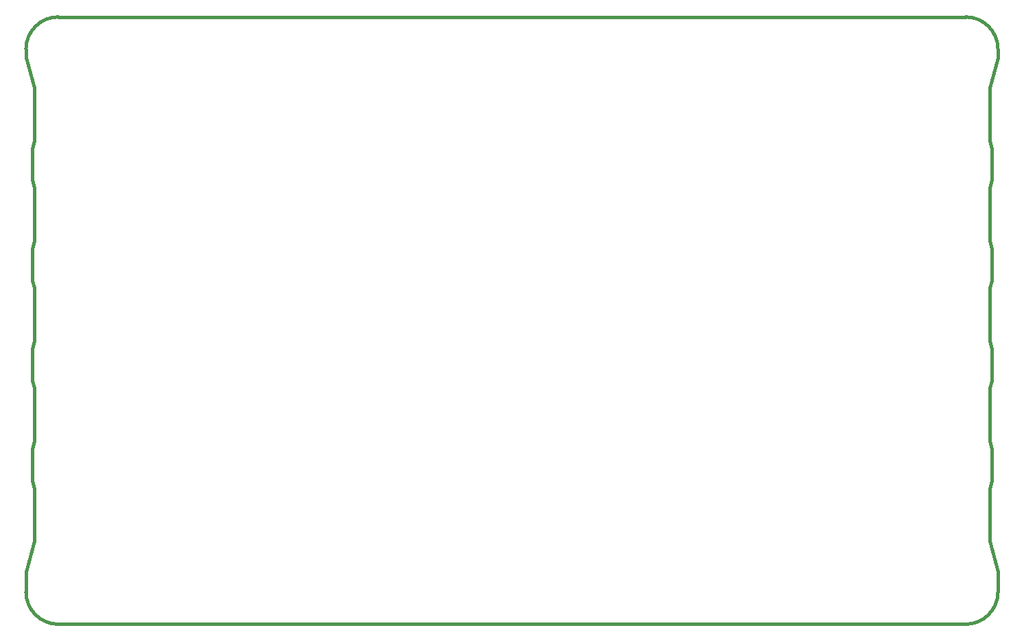
<source format=gbr>
G04 #@! TF.GenerationSoftware,KiCad,Pcbnew,6.0.10-86aedd382b~118~ubuntu22.04.1*
G04 #@! TF.CreationDate,2023-01-31T23:44:10-05:00*
G04 #@! TF.ProjectId,operacake,6f706572-6163-4616-9b65-2e6b69636164,rev?*
G04 #@! TF.SameCoordinates,Original*
G04 #@! TF.FileFunction,Profile,NP*
%FSLAX46Y46*%
G04 Gerber Fmt 4.6, Leading zero omitted, Abs format (unit mm)*
G04 Created by KiCad (PCBNEW 6.0.10-86aedd382b~118~ubuntu22.04.1) date 2023-01-31 23:44:10*
%MOMM*%
%LPD*%
G01*
G04 APERTURE LIST*
G04 #@! TA.AperFunction,Profile*
%ADD10C,0.381000*%
G04 #@! TD*
G04 APERTURE END LIST*
D10*
X60000000Y-104000000D02*
X60000000Y-105000000D01*
X60000000Y-105000000D02*
X61020000Y-108750000D01*
X61020000Y-108750000D02*
X61020000Y-115250000D01*
X61020000Y-115250000D02*
X60750000Y-116250000D01*
X60750000Y-116250000D02*
X60750000Y-120125000D01*
X60750000Y-120125000D02*
X61020000Y-121125000D01*
X61020000Y-121125000D02*
X61020000Y-127625000D01*
X61020000Y-127625000D02*
X60750000Y-128625000D01*
X60750000Y-128625000D02*
X60750000Y-132500000D01*
X60750000Y-132500000D02*
X61020000Y-133500000D01*
X61020000Y-133500000D02*
X61020000Y-140000000D01*
X61020000Y-140000000D02*
X60750000Y-141000000D01*
X60750000Y-141000000D02*
X60750000Y-144875000D01*
X60750000Y-144875000D02*
X61020000Y-145875000D01*
X61020000Y-145875000D02*
X61020000Y-152375000D01*
X61020000Y-152375000D02*
X60750000Y-153375000D01*
X60750000Y-153375000D02*
X60750000Y-157250000D01*
X60750000Y-157250000D02*
X61020000Y-158250000D01*
X61020000Y-158250000D02*
X61020000Y-164750000D01*
X61020000Y-164750000D02*
X60000000Y-168500000D01*
X60000000Y-168500000D02*
X60000000Y-171000000D01*
X180000000Y-104000000D02*
X180000000Y-105000000D01*
X180000000Y-105000000D02*
X178980000Y-108750000D01*
X178980000Y-108750000D02*
X178980000Y-115250000D01*
X178980000Y-115250000D02*
X179250000Y-116250000D01*
X179250000Y-116250000D02*
X179250000Y-120125000D01*
X179250000Y-120125000D02*
X178980000Y-121125000D01*
X178980000Y-121125000D02*
X178980000Y-127625000D01*
X178980000Y-127625000D02*
X179250000Y-128625000D01*
X179250000Y-128625000D02*
X179250000Y-132500000D01*
X179250000Y-132500000D02*
X178980000Y-133500000D01*
X178980000Y-133500000D02*
X178980000Y-140000000D01*
X178980000Y-140000000D02*
X179250000Y-141000000D01*
X179250000Y-141000000D02*
X179250000Y-144875000D01*
X179250000Y-144875000D02*
X178980000Y-145875000D01*
X178980000Y-145875000D02*
X178980000Y-152375000D01*
X178980000Y-152375000D02*
X179250000Y-153375000D01*
X179250000Y-153375000D02*
X179250000Y-157250000D01*
X179250000Y-157250000D02*
X178980000Y-158250000D01*
X178980000Y-158250000D02*
X178980000Y-164750000D01*
X178980000Y-164750000D02*
X180000000Y-168500000D01*
X180000000Y-168500000D02*
X180000000Y-171000000D01*
X176000000Y-100000000D02*
X64000000Y-100000000D01*
X64000000Y-175000000D02*
X176000000Y-175000000D01*
X176000000Y-175000000D02*
G75*
G03*
X180000000Y-171000000I0J4000000D01*
G01*
X180000000Y-104000000D02*
G75*
G03*
X176000000Y-100000000I-4000000J0D01*
G01*
X60000000Y-171000000D02*
G75*
G03*
X64000000Y-175000000I4000000J0D01*
G01*
X64000000Y-100000000D02*
G75*
G03*
X60000000Y-104000000I0J-4000000D01*
G01*
M02*

</source>
